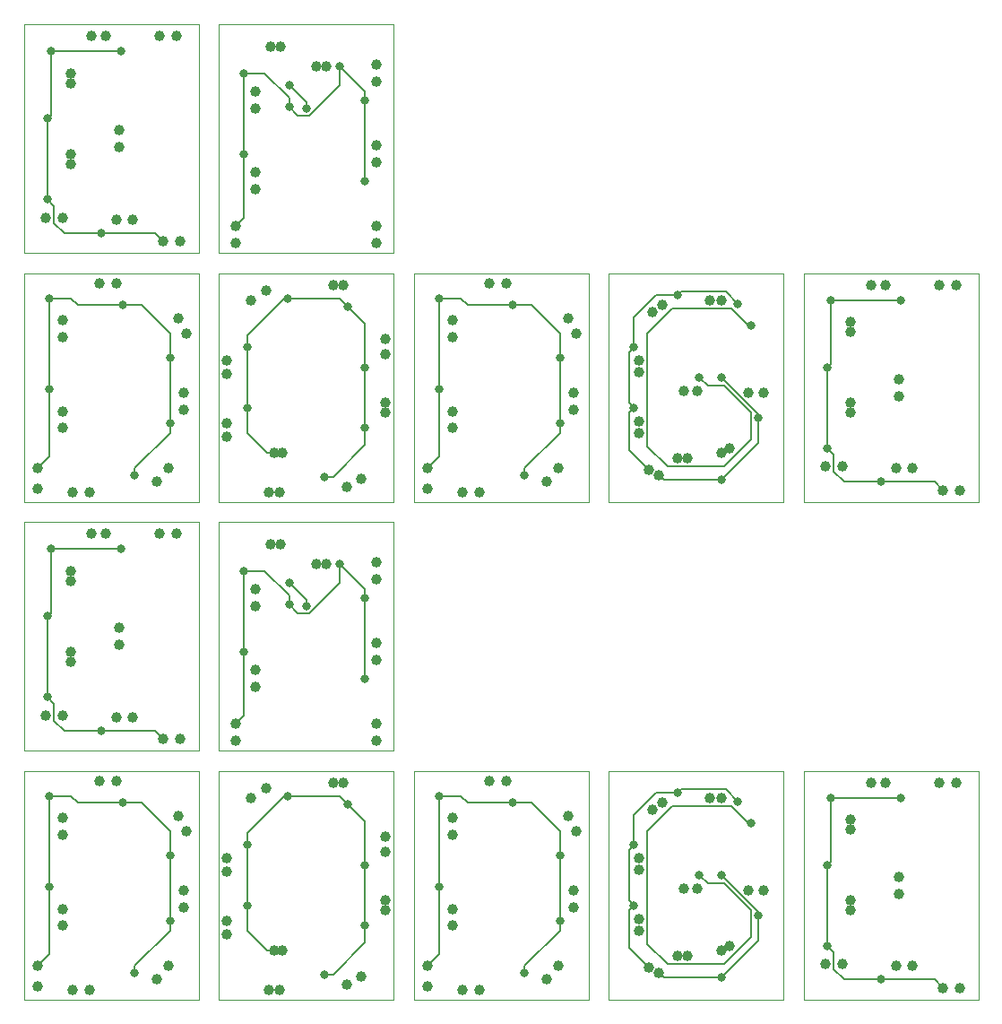
<source format=gbl>
G75*
G70*
%OFA0B0*%
%FSLAX25Y25*%
%IPPOS*%
%LPD*%
%AMOC8*
5,1,8,0,0,1.08239X$1,22.5*
%
%ADD10C,0.03970*%
%ADD14C,0.03170*%
%ADD16C,0.00600*%
%ADD17C,0.00000*%
X0010000Y0010000D02*
G75*
%LPD*%
D17*
X0010000Y0010000D02*
X0010000Y0095000D01*
X0075000Y0095000D01*
X0075000Y0010000D01*
X0010000Y0010000D01*
D10*
X0015000Y0015000D03*
X0015000Y0022500D03*
X0028120Y0013750D03*
X0034370Y0013750D03*
X0024370Y0037500D03*
X0024370Y0043750D03*
X0024370Y0071250D03*
X0024370Y0077500D03*
X0038120Y0091250D03*
X0044370Y0091250D03*
X0067500Y0078120D03*
X0070620Y0072500D03*
X0069370Y0050620D03*
X0069370Y0044370D03*
X0063750Y0022500D03*
X0059370Y0017500D03*
D14*
X0051250Y0020000D03*
X0064370Y0039370D03*
X0064370Y0063750D03*
X0046870Y0083120D03*
X0019370Y0085620D03*
X0019370Y0051870D03*
D16*
X0019370Y0026870D01*
X0015000Y0022500D01*
X0019370Y0051870D02*
X0019370Y0085620D01*
X0027500Y0085620D01*
X0030000Y0083120D01*
X0046870Y0083120D01*
X0053750Y0083120D01*
X0064370Y0072500D01*
X0064370Y0063750D01*
X0064370Y0039370D01*
X0064370Y0035620D01*
X0051250Y0022500D01*
X0051250Y0020000D01*
X0082500Y0010000D02*
G75*
%LPD*%
D17*
X0082500Y0010000D02*
X0082500Y0095000D01*
X0147500Y0095000D01*
X0147500Y0010000D01*
X0082500Y0010000D01*
D10*
X0101250Y0013750D03*
X0105000Y0013750D03*
X0106250Y0028120D03*
X0103120Y0028120D03*
X0085620Y0034370D03*
X0085620Y0039370D03*
X0085620Y0057500D03*
X0085620Y0062500D03*
X0094370Y0085000D03*
X0100000Y0088750D03*
X0125000Y0090620D03*
X0128750Y0090620D03*
X0144370Y0070620D03*
X0144370Y0065000D03*
X0144370Y0046870D03*
X0144370Y0043120D03*
X0135620Y0018750D03*
X0130000Y0015620D03*
D16*
X0125000Y0019370D02*
X0136870Y0031250D01*
X0136870Y0037500D01*
X0136870Y0060000D01*
X0136870Y0076250D01*
X0130620Y0082500D01*
X0127500Y0085620D01*
X0108120Y0085620D01*
X0106870Y0085620D01*
X0093120Y0071870D01*
X0093120Y0067500D01*
X0093120Y0045000D01*
X0093120Y0035620D01*
X0100620Y0028120D01*
X0103120Y0028120D01*
X0121870Y0019370D02*
X0125000Y0019370D01*
D14*
X0121870Y0019370D03*
X0136870Y0037500D03*
X0136870Y0060000D03*
X0130620Y0082500D03*
X0108120Y0085620D03*
X0093120Y0067500D03*
X0093120Y0045000D03*
X0155000Y0010000D02*
G75*
%LPD*%
D17*
X0155000Y0010000D02*
X0155000Y0095000D01*
X0220000Y0095000D01*
X0220000Y0010000D01*
X0155000Y0010000D01*
D10*
X0160000Y0015000D03*
X0160000Y0022500D03*
X0173120Y0013750D03*
X0179370Y0013750D03*
X0169370Y0037500D03*
X0169370Y0043750D03*
X0169370Y0071250D03*
X0169370Y0077500D03*
X0183120Y0091250D03*
X0189370Y0091250D03*
X0212500Y0078120D03*
X0215620Y0072500D03*
X0214370Y0050620D03*
X0214370Y0044370D03*
X0208750Y0022500D03*
X0204370Y0017500D03*
D14*
X0196250Y0020000D03*
X0209370Y0039370D03*
X0209370Y0063750D03*
X0191870Y0083120D03*
X0164370Y0085620D03*
X0164370Y0051870D03*
D16*
X0164370Y0026870D01*
X0160000Y0022500D01*
X0164370Y0051870D02*
X0164370Y0085620D01*
X0172500Y0085620D01*
X0175000Y0083120D01*
X0191870Y0083120D01*
X0198750Y0083120D01*
X0209370Y0072500D01*
X0209370Y0063750D01*
X0209370Y0039370D01*
X0209370Y0035620D01*
X0196250Y0022500D01*
X0196250Y0020000D01*
X0227500Y0010000D02*
G75*
%LPD*%
D17*
X0227500Y0010000D02*
X0227500Y0095000D01*
X0292500Y0095000D01*
X0292500Y0010000D01*
X0227500Y0010000D01*
D10*
X0242500Y0021870D03*
X0246250Y0020000D03*
X0253120Y0026250D03*
X0256870Y0026250D03*
X0269370Y0028120D03*
X0272500Y0030000D03*
X0279370Y0050620D03*
X0285000Y0050620D03*
X0260620Y0051250D03*
X0255620Y0051250D03*
X0238750Y0058120D03*
X0238750Y0062500D03*
X0243750Y0080620D03*
X0247500Y0083120D03*
X0265000Y0085000D03*
X0269370Y0085000D03*
X0238750Y0040000D03*
X0238750Y0035620D03*
D14*
X0236870Y0045000D03*
X0236870Y0067500D03*
X0253120Y0086870D03*
X0275620Y0083750D03*
X0280620Y0075620D03*
X0269370Y0056250D03*
X0261250Y0056250D03*
X0283120Y0041250D03*
X0269370Y0018120D03*
D16*
X0283120Y0031870D01*
X0283120Y0041250D01*
X0283120Y0042500D01*
X0269370Y0056250D01*
X0270620Y0053120D02*
X0264370Y0053120D01*
X0261250Y0056250D01*
X0270620Y0053120D02*
X0280620Y0043120D01*
X0280620Y0033120D01*
X0270620Y0023120D01*
X0249370Y0023120D01*
X0241870Y0030620D01*
X0241870Y0072500D01*
X0251250Y0081870D01*
X0273120Y0081870D01*
X0279370Y0075620D01*
X0280620Y0075620D01*
X0275620Y0083750D02*
X0271250Y0088120D01*
X0254370Y0088120D01*
X0253120Y0086870D01*
X0245000Y0086870D01*
X0236870Y0078750D01*
X0236870Y0067500D01*
X0235000Y0065620D01*
X0235000Y0046870D01*
X0236870Y0045000D01*
X0235000Y0043120D01*
X0235000Y0029370D01*
X0242500Y0021870D01*
X0246250Y0020000D02*
X0248120Y0018120D01*
X0269370Y0018120D01*
X0300000Y0010000D02*
G75*
%LPD*%
D17*
X0300000Y0010000D02*
X0300000Y0095000D01*
X0365000Y0095000D01*
X0365000Y0010000D01*
X0300000Y0010000D01*
D10*
X0308120Y0023120D03*
X0314370Y0023120D03*
X0317500Y0043120D03*
X0317500Y0046870D03*
X0335620Y0049370D03*
X0335620Y0055620D03*
X0317500Y0073120D03*
X0317500Y0076870D03*
X0325000Y0090620D03*
X0330620Y0090620D03*
X0350620Y0090620D03*
X0356870Y0090620D03*
X0340620Y0022500D03*
X0334370Y0022500D03*
X0351870Y0014370D03*
X0358120Y0014370D03*
D14*
X0328750Y0017500D03*
X0308750Y0030000D03*
X0308750Y0060000D03*
X0310000Y0085000D03*
X0336250Y0085000D03*
D16*
X0310000Y0085000D01*
X0310000Y0061250D01*
X0308750Y0060000D01*
X0308750Y0030000D01*
X0311250Y0027500D01*
X0311250Y0021250D01*
X0315000Y0017500D01*
X0328750Y0017500D01*
X0348750Y0017500D01*
X0351870Y0014370D01*
X0010000Y0102500D02*
G75*
%LPD*%
D17*
X0010000Y0102500D02*
X0010000Y0187500D01*
X0075000Y0187500D01*
X0075000Y0102500D01*
X0010000Y0102500D01*
D10*
X0018120Y0115620D03*
X0024370Y0115620D03*
X0027500Y0135620D03*
X0027500Y0139370D03*
X0045620Y0141870D03*
X0045620Y0148120D03*
X0027500Y0165620D03*
X0027500Y0169370D03*
X0035000Y0183120D03*
X0040620Y0183120D03*
X0060620Y0183120D03*
X0066870Y0183120D03*
X0050620Y0115000D03*
X0044370Y0115000D03*
X0061870Y0106870D03*
X0068120Y0106870D03*
D14*
X0038750Y0110000D03*
X0018750Y0122500D03*
X0018750Y0152500D03*
X0020000Y0177500D03*
X0046250Y0177500D03*
D16*
X0020000Y0177500D01*
X0020000Y0153750D01*
X0018750Y0152500D01*
X0018750Y0122500D01*
X0021250Y0120000D01*
X0021250Y0113750D01*
X0025000Y0110000D01*
X0038750Y0110000D01*
X0058750Y0110000D01*
X0061870Y0106870D01*
X0082500Y0102500D02*
G75*
%LPD*%
D17*
X0082500Y0102500D02*
X0082500Y0187500D01*
X0147500Y0187500D01*
X0147500Y0102500D01*
X0082500Y0102500D01*
D10*
X0088750Y0106250D03*
X0088750Y0112500D03*
X0096250Y0126250D03*
X0096250Y0132500D03*
X0096250Y0156250D03*
X0096250Y0162500D03*
X0101870Y0179370D03*
X0105620Y0179370D03*
X0118750Y0171870D03*
X0122500Y0171870D03*
X0141250Y0172500D03*
X0141250Y0166250D03*
X0141250Y0142500D03*
X0141250Y0136250D03*
X0141250Y0112500D03*
X0141250Y0106250D03*
D14*
X0136870Y0129370D03*
X0115000Y0156250D03*
X0108750Y0156870D03*
X0108750Y0165000D03*
X0091870Y0169370D03*
X0091870Y0139370D03*
X0127500Y0171870D03*
X0136870Y0159370D03*
D16*
X0136870Y0129370D01*
X0116250Y0153750D02*
X0127500Y0165000D01*
X0127500Y0171870D01*
X0136870Y0162500D01*
X0136870Y0159370D01*
X0116250Y0153750D02*
X0111870Y0153750D01*
X0108750Y0156870D01*
X0108750Y0160240D01*
X0099610Y0169370D01*
X0091870Y0169370D01*
X0091870Y0139370D01*
X0091870Y0115620D01*
X0088750Y0112500D01*
X0115000Y0156250D02*
X0115000Y0158750D01*
X0108750Y0165000D01*
X0010000Y0195000D02*
G75*
%LPD*%
D17*
X0010000Y0195000D02*
X0010000Y0280000D01*
X0075000Y0280000D01*
X0075000Y0195000D01*
X0010000Y0195000D01*
D10*
X0015000Y0200000D03*
X0015000Y0207500D03*
X0028120Y0198750D03*
X0034370Y0198750D03*
X0024370Y0222500D03*
X0024370Y0228750D03*
X0024370Y0256250D03*
X0024370Y0262500D03*
X0038120Y0276250D03*
X0044370Y0276250D03*
X0067500Y0263120D03*
X0070620Y0257500D03*
X0069370Y0235620D03*
X0069370Y0229370D03*
X0063750Y0207500D03*
X0059370Y0202500D03*
D14*
X0051250Y0205000D03*
X0064370Y0224370D03*
X0064370Y0248750D03*
X0046870Y0268120D03*
X0019370Y0270620D03*
X0019370Y0236870D03*
D16*
X0019370Y0211870D01*
X0015000Y0207500D01*
X0019370Y0236870D02*
X0019370Y0270620D01*
X0027500Y0270620D01*
X0030000Y0268120D01*
X0046870Y0268120D01*
X0053750Y0268120D01*
X0064370Y0257500D01*
X0064370Y0248750D01*
X0064370Y0224370D01*
X0064370Y0220620D01*
X0051250Y0207500D01*
X0051250Y0205000D01*
X0082500Y0195000D02*
G75*
%LPD*%
D17*
X0082500Y0195000D02*
X0082500Y0280000D01*
X0147500Y0280000D01*
X0147500Y0195000D01*
X0082500Y0195000D01*
D10*
X0101250Y0198750D03*
X0105000Y0198750D03*
X0106250Y0213120D03*
X0103120Y0213120D03*
X0085620Y0219370D03*
X0085620Y0224370D03*
X0085620Y0242500D03*
X0085620Y0247500D03*
X0094370Y0270000D03*
X0100000Y0273750D03*
X0125000Y0275620D03*
X0128750Y0275620D03*
X0144370Y0255620D03*
X0144370Y0250000D03*
X0144370Y0231870D03*
X0144370Y0228120D03*
X0135620Y0203750D03*
X0130000Y0200620D03*
D16*
X0125000Y0204370D02*
X0136870Y0216250D01*
X0136870Y0222500D01*
X0136870Y0245000D01*
X0136870Y0261250D01*
X0130620Y0267500D01*
X0127500Y0270620D01*
X0108120Y0270620D01*
X0106870Y0270620D01*
X0093120Y0256870D01*
X0093120Y0252500D01*
X0093120Y0230000D01*
X0093120Y0220620D01*
X0100620Y0213120D01*
X0103120Y0213120D01*
X0121870Y0204370D02*
X0125000Y0204370D01*
D14*
X0121870Y0204370D03*
X0136870Y0222500D03*
X0136870Y0245000D03*
X0130620Y0267500D03*
X0108120Y0270620D03*
X0093120Y0252500D03*
X0093120Y0230000D03*
X0155000Y0195000D02*
G75*
%LPD*%
D17*
X0155000Y0195000D02*
X0155000Y0280000D01*
X0220000Y0280000D01*
X0220000Y0195000D01*
X0155000Y0195000D01*
D10*
X0160000Y0200000D03*
X0160000Y0207500D03*
X0173120Y0198750D03*
X0179370Y0198750D03*
X0169370Y0222500D03*
X0169370Y0228750D03*
X0169370Y0256250D03*
X0169370Y0262500D03*
X0183120Y0276250D03*
X0189370Y0276250D03*
X0212500Y0263120D03*
X0215620Y0257500D03*
X0214370Y0235620D03*
X0214370Y0229370D03*
X0208750Y0207500D03*
X0204370Y0202500D03*
D14*
X0196250Y0205000D03*
X0209370Y0224370D03*
X0209370Y0248750D03*
X0191870Y0268120D03*
X0164370Y0270620D03*
X0164370Y0236870D03*
D16*
X0164370Y0211870D01*
X0160000Y0207500D01*
X0164370Y0236870D02*
X0164370Y0270620D01*
X0172500Y0270620D01*
X0175000Y0268120D01*
X0191870Y0268120D01*
X0198750Y0268120D01*
X0209370Y0257500D01*
X0209370Y0248750D01*
X0209370Y0224370D01*
X0209370Y0220620D01*
X0196250Y0207500D01*
X0196250Y0205000D01*
X0227500Y0195000D02*
G75*
%LPD*%
D17*
X0227500Y0195000D02*
X0227500Y0280000D01*
X0292500Y0280000D01*
X0292500Y0195000D01*
X0227500Y0195000D01*
D10*
X0242500Y0206870D03*
X0246250Y0205000D03*
X0253120Y0211250D03*
X0256870Y0211250D03*
X0269370Y0213120D03*
X0272500Y0215000D03*
X0279370Y0235620D03*
X0285000Y0235620D03*
X0260620Y0236250D03*
X0255620Y0236250D03*
X0238750Y0243120D03*
X0238750Y0247500D03*
X0243750Y0265620D03*
X0247500Y0268120D03*
X0265000Y0270000D03*
X0269370Y0270000D03*
X0238750Y0225000D03*
X0238750Y0220620D03*
D14*
X0236870Y0230000D03*
X0236870Y0252500D03*
X0253120Y0271870D03*
X0275620Y0268750D03*
X0280620Y0260620D03*
X0269370Y0241250D03*
X0261250Y0241250D03*
X0283120Y0226250D03*
X0269370Y0203120D03*
D16*
X0283120Y0216870D01*
X0283120Y0226250D01*
X0283120Y0227500D01*
X0269370Y0241250D01*
X0270620Y0238120D02*
X0264370Y0238120D01*
X0261250Y0241250D01*
X0270620Y0238120D02*
X0280620Y0228120D01*
X0280620Y0218120D01*
X0270620Y0208120D01*
X0249370Y0208120D01*
X0241870Y0215620D01*
X0241870Y0257500D01*
X0251250Y0266870D01*
X0273120Y0266870D01*
X0279370Y0260620D01*
X0280620Y0260620D01*
X0275620Y0268750D02*
X0271250Y0273120D01*
X0254370Y0273120D01*
X0253120Y0271870D01*
X0245000Y0271870D01*
X0236870Y0263750D01*
X0236870Y0252500D01*
X0235000Y0250620D01*
X0235000Y0231870D01*
X0236870Y0230000D01*
X0235000Y0228120D01*
X0235000Y0214370D01*
X0242500Y0206870D01*
X0246250Y0205000D02*
X0248120Y0203120D01*
X0269370Y0203120D01*
X0300000Y0195000D02*
G75*
%LPD*%
D17*
X0300000Y0195000D02*
X0300000Y0280000D01*
X0365000Y0280000D01*
X0365000Y0195000D01*
X0300000Y0195000D01*
D10*
X0308120Y0208120D03*
X0314370Y0208120D03*
X0317500Y0228120D03*
X0317500Y0231870D03*
X0335620Y0234370D03*
X0335620Y0240620D03*
X0317500Y0258120D03*
X0317500Y0261870D03*
X0325000Y0275620D03*
X0330620Y0275620D03*
X0350620Y0275620D03*
X0356870Y0275620D03*
X0340620Y0207500D03*
X0334370Y0207500D03*
X0351870Y0199370D03*
X0358120Y0199370D03*
D14*
X0328750Y0202500D03*
X0308750Y0215000D03*
X0308750Y0245000D03*
X0310000Y0270000D03*
X0336250Y0270000D03*
D16*
X0310000Y0270000D01*
X0310000Y0246250D01*
X0308750Y0245000D01*
X0308750Y0215000D01*
X0311250Y0212500D01*
X0311250Y0206250D01*
X0315000Y0202500D01*
X0328750Y0202500D01*
X0348750Y0202500D01*
X0351870Y0199370D01*
X0010000Y0287500D02*
G75*
%LPD*%
D17*
X0010000Y0287500D02*
X0010000Y0372500D01*
X0075000Y0372500D01*
X0075000Y0287500D01*
X0010000Y0287500D01*
D10*
X0018120Y0300620D03*
X0024370Y0300620D03*
X0027500Y0320620D03*
X0027500Y0324370D03*
X0045620Y0326870D03*
X0045620Y0333120D03*
X0027500Y0350620D03*
X0027500Y0354370D03*
X0035000Y0368120D03*
X0040620Y0368120D03*
X0060620Y0368120D03*
X0066870Y0368120D03*
X0050620Y0300000D03*
X0044370Y0300000D03*
X0061870Y0291870D03*
X0068120Y0291870D03*
D14*
X0038750Y0295000D03*
X0018750Y0307500D03*
X0018750Y0337500D03*
X0020000Y0362500D03*
X0046250Y0362500D03*
D16*
X0020000Y0362500D01*
X0020000Y0338750D01*
X0018750Y0337500D01*
X0018750Y0307500D01*
X0021250Y0305000D01*
X0021250Y0298750D01*
X0025000Y0295000D01*
X0038750Y0295000D01*
X0058750Y0295000D01*
X0061870Y0291870D01*
X0082500Y0287500D02*
G75*
%LPD*%
D17*
X0082500Y0287500D02*
X0082500Y0372500D01*
X0147500Y0372500D01*
X0147500Y0287500D01*
X0082500Y0287500D01*
D10*
X0088750Y0291250D03*
X0088750Y0297500D03*
X0096250Y0311250D03*
X0096250Y0317500D03*
X0096250Y0341250D03*
X0096250Y0347500D03*
X0101870Y0364370D03*
X0105620Y0364370D03*
X0118750Y0356870D03*
X0122500Y0356870D03*
X0141250Y0357500D03*
X0141250Y0351250D03*
X0141250Y0327500D03*
X0141250Y0321250D03*
X0141250Y0297500D03*
X0141250Y0291250D03*
D14*
X0136870Y0314370D03*
X0115000Y0341250D03*
X0108750Y0341870D03*
X0108750Y0350000D03*
X0091870Y0354370D03*
X0091870Y0324370D03*
X0127500Y0356870D03*
X0136870Y0344370D03*
D16*
X0136870Y0314370D01*
X0116250Y0338750D02*
X0127500Y0350000D01*
X0127500Y0356870D01*
X0136870Y0347500D01*
X0136870Y0344370D01*
X0116250Y0338750D02*
X0111870Y0338750D01*
X0108750Y0341870D01*
X0108750Y0345240D01*
X0099610Y0354370D01*
X0091870Y0354370D01*
X0091870Y0324370D01*
X0091870Y0300620D01*
X0088750Y0297500D01*
X0115000Y0341250D02*
X0115000Y0343750D01*
X0108750Y0350000D01*
M02*

</source>
